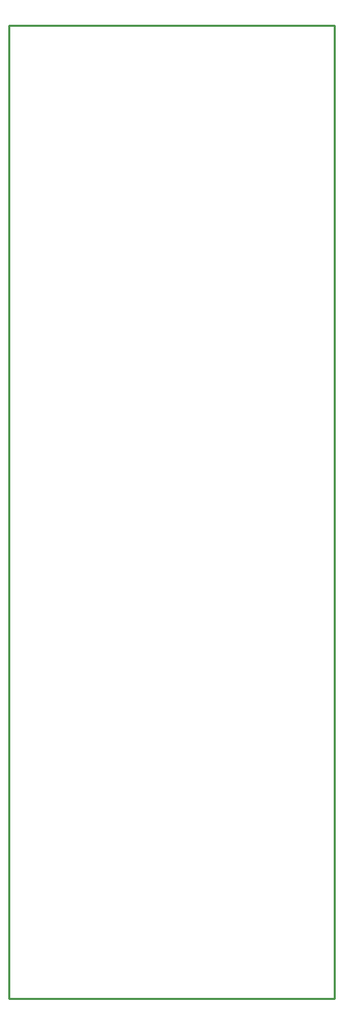
<source format=gbr>
G75*
G71*
%MOMM*%
%OFA0B0*%
%FSLAX53Y53*%
%IPPOS*%
%LPD*%
%ADD10C,0.25000*%
D10*
X0000000Y0000000D02*
X0000000Y0119886D01*
X0040130Y0119886D01*
X0040130Y0000000D01*
X0000000Y0000000D01*
M02*

</source>
